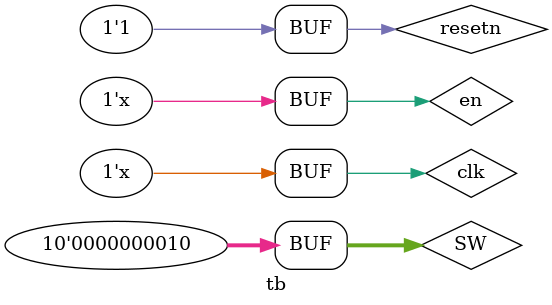
<source format=v>
`timescale 1ns / 1ps

module tb();
	parameter CLOCK_PERIOD = 10;
	
	reg clk, resetn, en;
	reg [9:0] SW;
	wire [9:0] LEDR;
	wire [6:0] HEX5, HEX4, HEX3, HEX2, HEX1, HEX0;
	top u1 (clk, SW, {en, resetn}, HEX5, HEX4, HEX3, HEX2, HEX1, HEX0, LEDR);

	always @ (*)
		begin : Clock_Generator
			#((CLOCK_PERIOD) / 2) clk <= ~clk;
	end
	
	always @ (*)
		begin : En_Generator
			#((CLOCK_PERIOD) / 0.5) en <= ~en;
	end

	initial begin
		clk <= 0;
		resetn <= 0;
		en <= 0;
		SW <= 2;
		#10;
		resetn <= 1;
		#20;
	end
endmodule


//`timescale 1ns / 1ps
//
//module testbench ( );
//
//	parameter CLOCK_PERIOD = 10;
//
//    reg [2:0] SW;
//    reg [1:0] KEY;
//    reg CLOCK_50;
//    wire [9:0] LEDR;
//
//	initial begin
//        CLOCK_50 <= 1'b0;
//	end // initial
//	always @ (*)
//	begin : Clock_Generator
//		#((CLOCK_PERIOD) / 2) CLOCK_50 <= ~CLOCK_50;
//	end
//	
//	initial begin
//        KEY[0] <= 1'b0;
//        #10 KEY[0] <= 1'b1;
//	end // initial
//
//    // In the setup below we assume that the half_sec_enable signal coming
//    // from the half-second clock is asserted every 3 cycles of CLOCK_50. Of
//    // course, in the real circuit the half-second clock is asserted every
//    // 25M cycles. The setup below produces the Morse code for A (.-) followed
//    // by the Morse code for B (-...).
//	initial begin
//        SW <= 3'b000; KEY[1] = 1; // not pressed;
//        #20 KEY[1] <= 0; // pressed
//        #10 KEY[1] <= 1; // not pressed
//        #190 SW <= 3'b001;
//        #10 KEY[1] <= 0; // pressed
//        #10 KEY[1] <= 1; // not pressed
//	end // initial
//	part3 U1 (CLOCK_50, SW, KEY, LEDR);
//
//endmodule

</source>
